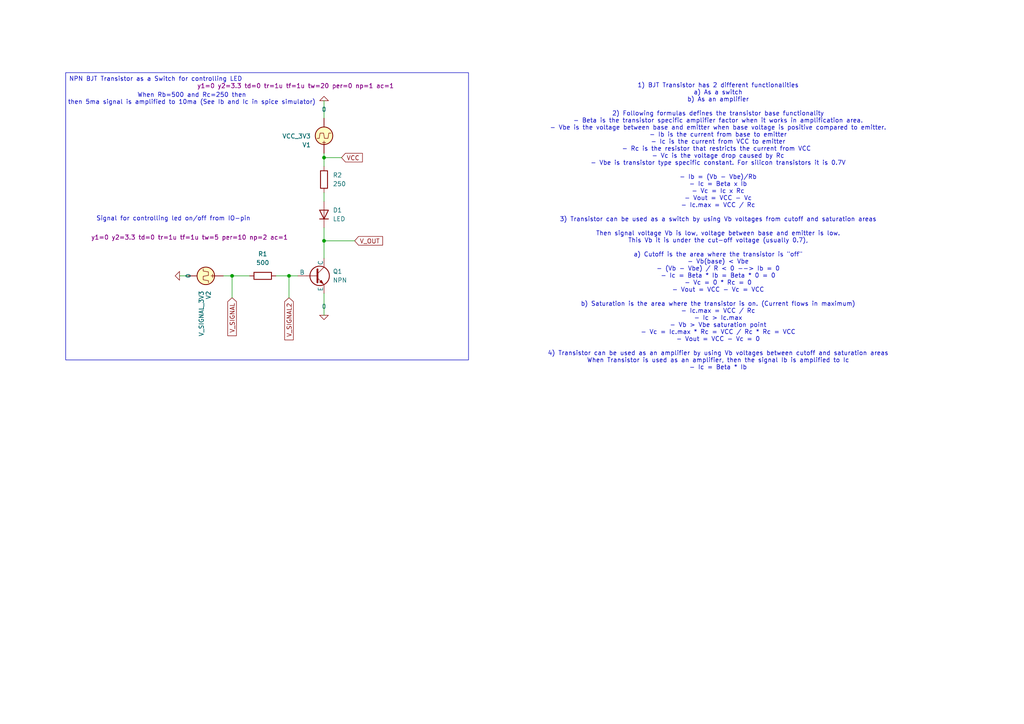
<source format=kicad_sch>
(kicad_sch (version 20231120) (generator "eeschema") (generator_version "8.0")
  (paper "A4")
  (lib_symbols
    (symbol "Device:D" (pin_numbers hide) (pin_names (offset 1.016) hide)
      (property "Reference" "D" (at 0 2.54 0))
      (property "Value" "D" (at 0 -2.54 0))
      (symbol "D_0_1"
        (polyline (pts (xy -1.27 1.27) (xy -1.27 -1.27)) (stroke (width 0.254)))
        (polyline (pts (xy 1.27 0) (xy -1.27 0)))
        (polyline (pts (xy 1.27 1.27) (xy 1.27 -1.27) (xy -1.27 0) (xy 1.27 1.27)) (stroke (width 0.254)))
      )
      (symbol "D_1_1"
        (pin passive line (at -3.81 0 0) (length 2.54) (name "K") (number "1"))
        (pin passive line (at 3.81 0 180) (length 2.54) (name "A") (number "2"))
      )
    )
    (symbol "Device:R" (pin_numbers hide) (pin_names (offset 0))
      (property "Reference" "R" (at 2.032 0 90))
      (property "Value" "R" (at 0 0 90))
      (symbol "R_0_1"
        (rectangle (start -1.016 -2.54) (end 1.016 2.54) (stroke (width 0.254)))
      )
      (symbol "R_1_1"
        (pin passive line (at 0 3.81 270) (length 1.27) (name "~") (number "1"))
        (pin passive line (at 0 -3.81 90) (length 1.27) (name "~") (number "2"))
      )
    )
    (symbol "Simulation_SPICE:0" (power) (pin_names (offset 0))
      (property "Value" "0" (at 0 -1.778 0))
      (symbol "0_0_1"
        (polyline (pts (xy -1.27 0) (xy 0 -1.27) (xy 1.27 0) (xy -1.27 0)))
      )
      (symbol "0_1_1"
        (pin power_in line (at 0 0 0) (length 0) hide (name "0") (number "1"))
      )
    )
    (symbol "Simulation_SPICE:NPN" (pin_numbers hide) (pin_names (offset 0))
      (property "Reference" "Q" (at -2.54 7.62 0))
      (property "Value" "NPN" (at -2.54 5.08 0))
      (symbol "NPN_0_1"
        (polyline (pts (xy -2.54 0) (xy 0.635 0)) (stroke (width 0.1524)))
        (polyline (pts (xy 0.635 0.635) (xy 2.54 2.54)))
        (polyline (pts (xy 2.794 -1.27) (xy 2.794 -1.27)) (stroke (width 0.1524)))
        (polyline (pts (xy 2.794 -1.27) (xy 2.794 -1.27)) (stroke (width 0.1524)))
        (polyline (pts (xy 0.635 -0.635) (xy 2.54 -2.54) (xy 2.54 -2.54)))
        (polyline (pts (xy 0.635 1.905) (xy 0.635 -1.905) (xy 0.635 -1.905)) (stroke (width 0.508)))
        (polyline (pts (xy 1.27 -1.778) (xy 1.778 -1.27) (xy 2.286 -2.286) (xy 1.27 -1.778) (xy 1.27 -1.778)) (fill (type outline)))
        (circle (center 1.27 0) (radius 2.8194) (stroke (width 0.254)))
      )
      (symbol "NPN_1_1"
        (pin open_collector line (at 2.54 5.08 270) (length 2.54) (name "C") (number "1"))
        (pin input line (at -5.08 0 0) (length 2.54) (name "B") (number "2"))
        (pin open_emitter line (at 2.54 -5.08 90) (length 2.54) (name "E") (number "3"))
      )
    )
    (symbol "Simulation_SPICE:VPULSE" (pin_numbers hide) (pin_names (offset 0.0254))
      (property "Reference" "V" (at 2.54 2.54 0))
      (property "Value" "VPULSE" (at 2.54 0 0))
      (property "Sim.Params" "y1=0 y2=1 td=2n tr=2n tf=2n tw=50n per=100n" (at 2.54 -2.54 0))
      (symbol "VPULSE_0_0"
        (polyline (pts (xy -2.032 -0.762) (xy -1.397 -0.762) (xy -1.143 0.762) (xy -0.127 0.762) (xy 0.127 -0.762) (xy 1.143 -0.762) (xy 1.397 0.762) (xy 2.032 0.762)))
        (text "+" (at 0 1.905 0) (effects (font (size 1.27 1.27))))
      )
      (symbol "VPULSE_0_1"
        (circle (center 0 0) (radius 2.54) (stroke (width 0.254)) (fill (type background)))
      )
      (symbol "VPULSE_1_1"
        (pin passive line (at 0 5.08 270) (length 2.54) (name "~") (number "1"))
        (pin passive line (at 0 -5.08 90) (length 2.54) (name "~") (number "2"))
      )
    )
  )
  (junction (at 83.82 80.01))
  (junction (at 67.31 80.01))
  (junction (at 93.98 45.72))
  (junction (at 93.98 69.85))
  (wire (pts (xy 93.98 29.21) (xy 93.98 34.29)))
  (wire (pts (xy 93.98 44.45) (xy 93.98 45.72)))
  (wire (pts (xy 67.31 86.36) (xy 67.31 80.01)))
  (wire (pts (xy 93.98 69.85) (xy 93.98 74.93)))
  (wire (pts (xy 93.98 85.09) (xy 93.98 91.44)))
  (wire (pts (xy 80.01 80.01) (xy 83.82 80.01)))
  (wire (pts (xy 93.98 45.72) (xy 93.98 48.26)))
  (wire (pts (xy 67.31 80.01) (xy 72.39 80.01)))
  (wire (pts (xy 54.61 80.01) (xy 52.07 80.01)))
  (wire (pts (xy 102.87 69.85) (xy 93.98 69.85)))
  (wire (pts (xy 99.06 45.72) (xy 93.98 45.72)))
  (wire (pts (xy 93.98 66.04) (xy 93.98 69.85)))
  (wire (pts (xy 83.82 80.01) (xy 86.36 80.01)))
  (wire (pts (xy 83.82 80.01) (xy 83.82 86.36)))
  (wire (pts (xy 93.98 55.88) (xy 93.98 58.42)))
  (wire (pts (xy 64.77 80.01) (xy 67.31 80.01)))
  (text_box "NPN BJT Transistor as a Switch for controlling LED" (at 19.05 21.082 0) (size 116.84 83.312) (effects (font (size 1.27 1.27)) (justify left top)))
  (text "Signal for controlling led on/off from IO-pin" (at 50.292 63.5 0) (effects (font (size 1.27 1.27))))
  (text "When Rb=500 and Rc=250 then\nthen 5ma signal is amplified to 10ma (See Ib and Ic in spice simulator)" (at 55.626 28.702 0) (effects (font (size 1.27 1.27))))
  (text "1) BJT Transistor has 2 different functionalities\na) As a switch\nb) As an amplifier\n\n2) Following formulas defines the transistor base functionality\n- Beta is the transistor specific amplifier factor when it works in amplification area.\n- Vbe is the voltage between base and emitter when base voltage is positive compared to emitter.\n- Ib is the current from base to emitter\n- Ic is the current from VCC to emitter\n- Rc is the resistor that restricts the current from VCC \n- Vc is the voltage drop caused by Rc\n- Vbe is transistor type specific constant. For silicon transistors it is 0.7V\n\n- Ib = (Vb - Vbe)/Rb\n- Ic = Beta x Ib\n- Vc = Ic x Rc\n- Vout = VCC - Vc\n- Ic.max = VCC / Rc\n\n3) Transistor can be used as a switch by using Vb voltages from cutoff and saturation areas\n\nThen signal voltage Vb is low, voltage between base and emitter is low.\nThis Vb it is under the cut-off voltage (usually 0.7),\n\na) Cutoff is the area where the transistor is \"off\"\n- Vb(base) < Vbe\n- (Vb - Vbe) / R < 0 --> Ib = 0\n- Ic = Beta * Ib = Beta * 0 = 0\n- Vc = 0 * Rc = 0\n- Vout = VCC - Vc = VCC\n\nb) Saturation is the area where the transistor is on. (Current flows in maximum)\n- Ic.max = VCC / Rc\n- Ic > Ic.max\n- Vb > Vbe saturation point\n- Vc = Ic.max * Rc = VCC / Rc * Rc = VCC\n- Vout = VCC - Vc = 0\n\n4) Transistor can be used as an amplifier by using Vb voltages between cutoff and saturation areas\nWhen Transistor is used as an amplifier, then the signal Ib is amplified to Ic\n- Ic = Beta * Ib\n" (at 208.28 65.786 0) (effects (font (size 1.27 1.27))))
  (global_label "VCC" (shape input) (at 99.06 45.72 0) (property "Intersheetrefs" "${INTERSHEET_REFS}" (effects (hide yes))))
  (global_label "V_SIGNAL" (shape input) (at 67.31 86.36 270) (property "Intersheetrefs" "${INTERSHEET_REFS}" (effects (hide yes))))
  (global_label "V_SIGNAL2" (shape input) (at 83.82 86.36 270) (property "Intersheetrefs" "${INTERSHEET_REFS}" (effects (hide yes))))
  (global_label "V_OUT" (shape input) (at 102.87 69.85 0) (property "Intersheetrefs" "${INTERSHEET_REFS}" (effects (hide yes))))
  (symbol (lib_id "Simulation_SPICE:0") (at 52.07 80.01 270) (unit 1)
    (property "Reference" "#GND03" (effects (hide yes)))
    (property "Value" "0" (at 54.61 80.01 0))
    (property "Datasheet" "https://ngspice.sourceforge.io/docs/ngspice-html-manual/manual.xhtml#subsec_Circuit_elements__device" (effects (hide yes)))
    (property "Description" "0V reference potential for simulation" (effects (hide yes)))
  )
  (symbol (lib_id "Simulation_SPICE:0") (at 93.98 29.21 180) (unit 1)
    (property "Reference" "#GND04" (effects (hide yes)))
    (property "Value" "0" (at 93.98 31.75 0))
    (property "Datasheet" "https://ngspice.sourceforge.io/docs/ngspice-html-manual/manual.xhtml#subsec_Circuit_elements__device" (effects (hide yes)))
    (property "Description" "0V reference potential for simulation" (effects (hide yes)))
  )
  (symbol (lib_id "Simulation_SPICE:VPULSE") (at 59.69 80.01 270) (unit 1)
    (property "Reference" "V2" (at 60.452 84.328 0) (effects (justify left)))
    (property "Value" "V_SIGNAL_3V3" (at 58.42 84.328 0) (effects (justify left)))
    (property "Datasheet" "https://ngspice.sourceforge.io/docs/ngspice-html-manual/manual.xhtml#sec_Independent_Sources_for" (effects (hide yes)))
    (property "Description" "Voltage source, pulse" (effects (hide yes)))
    (property "Sim.Pins" "1=+ 2=-" (effects (hide yes)))
    (property "Sim.Type" "PULSE" (effects (hide yes)))
    (property "Sim.Device" "V" (effects (hide yes)))
    (property "Sim.Params" "y1=0 y2=3.3 td=0 tr=1u tf=1u tw=5 per=10 np=2 ac=1" (at 26.416 68.834 90) (effects (justify left)))
  )
  (symbol (lib_id "Device:R") (at 93.98 52.07 0) (unit 1)
    (property "Reference" "R2" (at 96.52 50.7999 0) (effects (justify left)))
    (property "Value" "250" (at 96.52 53.3399 0) (effects (justify left)))
    (property "Description" "Resistor" (effects (hide yes)))
  )
  (symbol (lib_id "Simulation_SPICE:VPULSE") (at 93.98 39.37 180) (unit 1)
    (property "Reference" "V1" (at 90.17 42.0399 0) (effects (justify left)))
    (property "Value" "VCC_3V3" (at 90.17 39.4999 0) (effects (justify left)))
    (property "Datasheet" "https://ngspice.sourceforge.io/docs/ngspice-html-manual/manual.xhtml#sec_Independent_Sources_for" (effects (hide yes)))
    (property "Description" "Voltage source, pulse" (effects (hide yes)))
    (property "Sim.Pins" "1=+ 2=-" (effects (hide yes)))
    (property "Sim.Type" "PULSE" (effects (hide yes)))
    (property "Sim.Device" "V" (effects (hide yes)))
    (property "Sim.Params" "y1=0 y2=3.3 td=0 tr=1u tf=1u tw=20 per=0 np=1 ac=1" (at 114.3 24.892 0) (effects (justify left)))
  )
  (symbol (lib_id "Device:R") (at 76.2 80.01 90) (unit 1)
    (property "Reference" "R1" (at 76.2 73.66 90))
    (property "Value" "500" (at 76.2 76.2 90))
    (property "Description" "Resistor" (effects (hide yes)))
  )
  (symbol (lib_id "Device:D") (at 93.98 62.23 90) (unit 1)
    (property "Reference" "D1" (at 96.52 60.9599 90) (effects (justify right)))
    (property "Value" "LED" (at 96.52 63.4999 90) (effects (justify right)))
    (property "Description" "Diode" (effects (hide yes)))
    (property "Sim.Device" "D" (effects (hide yes)))
    (property "Sim.Pins" "1=K 2=A" (effects (hide yes)))
  )
  (symbol (lib_id "Simulation_SPICE:NPN") (at 91.44 80.01 0) (unit 1)
    (property "Reference" "Q1" (at 96.52 78.7399 0) (effects (justify left)))
    (property "Value" "NPN" (at 96.52 81.2799 0) (effects (justify left)))
    (property "Datasheet" "https://ngspice.sourceforge.io/docs/ngspice-html-manual/manual.xhtml#cha_BJTs" (effects (hide yes)))
    (property "Description" "Bipolar transistor symbol for simulation only, substrate tied to the emitter" (effects (hide yes)))
    (property "Sim.Device" "NPN" (effects (hide yes)))
    (property "Sim.Type" "GUMMELPOON" (effects (hide yes)))
    (property "Sim.Pins" "1=C 2=B 3=E" (effects (hide yes)))
  )
  (symbol (lib_id "Simulation_SPICE:0") (at 93.98 91.44 0) (unit 1)
    (property "Reference" "#GND01" (effects (hide yes)))
    (property "Value" "0" (at 93.98 88.9 0))
    (property "Datasheet" "https://ngspice.sourceforge.io/docs/ngspice-html-manual/manual.xhtml#subsec_Circuit_elements__device" (effects (hide yes)))
    (property "Description" "0V reference potential for simulation" (effects (hide yes)))
  )
)
</source>
